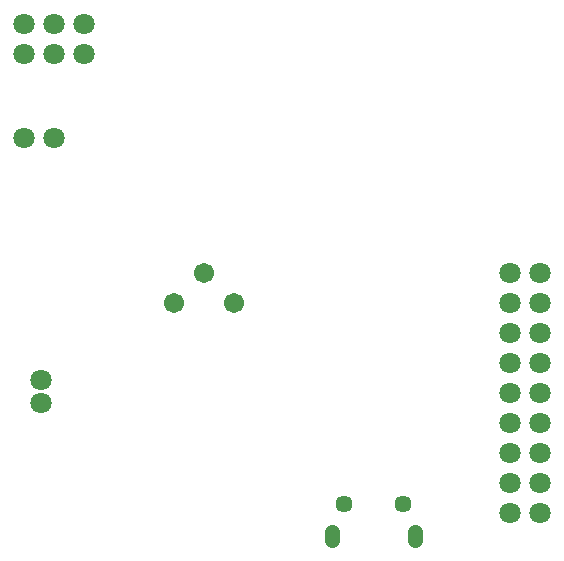
<source format=gbs>
G04 Layer: BottomSolderMaskLayer*
G04 EasyEDA v6.4.19.5, 2021-05-22T15:42:10+02:00*
G04 f6fe8073f4d6445e90d350db08ac70cc,b771c775d4444e86a06a5321f8c966cb,10*
G04 Gerber Generator version 0.2*
G04 Scale: 100 percent, Rotated: No, Reflected: No *
G04 Dimensions in inches *
G04 leading zeros omitted , absolute positions ,3 integer and 6 decimal *
%FSLAX36Y36*%
%MOIN*%

%ADD51C,0.0512*%
%ADD52C,0.0710*%
%ADD53C,0.0710*%
%ADD65C,0.0572*%
%ADD76C,0.0671*%

%LPD*%
D51*
X1452797Y-2011727D02*
G01*
X1452797Y-2039290D01*
X1177198Y-2011716D02*
G01*
X1177198Y-2039279D01*
D52*
G01*
X150000Y-700000D03*
G01*
X250000Y-700000D03*
G01*
X149998Y-319998D03*
G01*
X249998Y-319998D03*
G01*
X349998Y-319998D03*
G01*
X349998Y-419998D03*
G01*
X249998Y-419998D03*
G01*
X149998Y-419998D03*
G01*
X1769998Y-1149998D03*
G01*
X1869998Y-1149998D03*
G01*
X1769998Y-1249998D03*
G01*
X1869998Y-1249998D03*
G01*
X1769998Y-1349998D03*
G01*
X1869998Y-1349998D03*
G01*
X1769998Y-1449998D03*
G01*
X1869998Y-1449998D03*
G01*
X1769998Y-1549998D03*
G01*
X1869998Y-1549998D03*
G01*
X1769998Y-1649998D03*
G01*
X1869998Y-1649998D03*
G01*
X1769998Y-1749998D03*
G01*
X1869998Y-1749998D03*
G01*
X1769998Y-1849998D03*
G01*
X1869998Y-1849998D03*
G01*
X1769998Y-1949998D03*
G01*
X1869998Y-1949998D03*
D53*
G01*
X204998Y-1583377D03*
G01*
X204998Y-1504638D03*
D65*
G01*
X1216597Y-1919998D03*
G01*
X1413398Y-1919998D03*
D76*
G01*
X849998Y-1249998D03*
G01*
X749998Y-1149998D03*
G01*
X649998Y-1249998D03*
M02*

</source>
